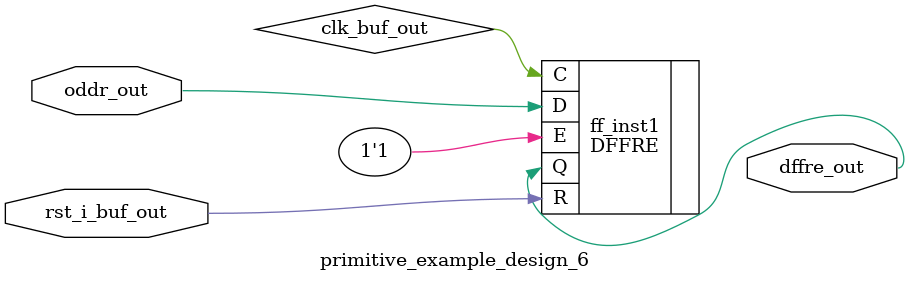
<source format=v>
/* Generated by Yosys 0.18+10 (git sha1 07c42e625, gcc 11.4.0-1ubuntu1~22.04 -fPIC -Os) */

module primitive_example_design_6(oddr_out, dffre_out, rst_i_buf_out);
  input oddr_out;
  output dffre_out;
  input rst_i_buf_out;
  wire oddr_out;
  (* src = "./rtl/primitive_example_design_6.v:15.46-15.57" *)
  wire clk_buf_out;
  wire dffre_out;
  (* src = "./rtl/primitive_example_design_6.v:13.6-13.19" *)
  (* src = "./rtl/primitive_example_design_6.v:13.6-13.19" *)
  wire rst_i_buf_out;
  (* module_not_derived = 32'h00000001 *)
  (* src = "./rtl/primitive_example_design_6.v:25.7-25.87" *)
  DFFRE ff_inst1 (
    .C(clk_buf_out),
    .D(oddr_out),
    .E(1'h1),
    .Q(dffre_out),
    .R(rst_i_buf_out)
  );
endmodule

</source>
